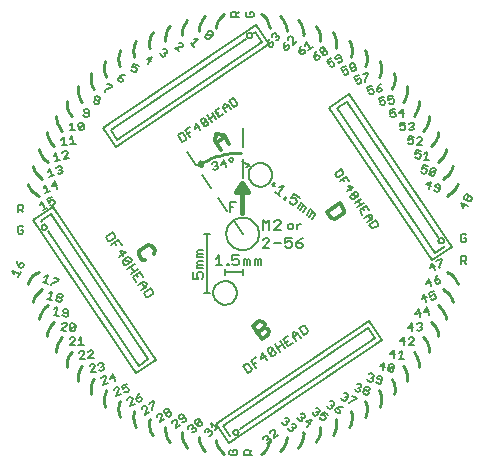
<source format=gto>
G75*
%MOIN*%
%OFA0B0*%
%FSLAX24Y24*%
%IPPOS*%
%LPD*%
%AMOC8*
5,1,8,0,0,1.08239X$1,22.5*
%
%ADD10C,0.0060*%
%ADD11C,0.0050*%
%ADD12C,0.0100*%
%ADD13C,0.0130*%
%ADD14C,0.0070*%
%ADD15C,0.0160*%
%ADD16C,0.0120*%
D10*
X006248Y005888D02*
X006374Y006099D01*
X006364Y006141D01*
X006311Y006172D01*
X006227Y006151D01*
X006195Y006099D01*
X006248Y005888D02*
X006416Y005930D01*
X006502Y006086D02*
X006671Y006128D01*
X006597Y006244D02*
X006502Y006086D01*
X006660Y005991D02*
X006597Y006244D01*
X006299Y006414D02*
X006263Y006364D01*
X006178Y006350D01*
X006128Y006386D01*
X006200Y006486D02*
X006242Y006493D01*
X006292Y006457D01*
X006299Y006414D01*
X006242Y006493D02*
X006278Y006542D01*
X006271Y006585D01*
X006222Y006621D01*
X006136Y006607D01*
X006100Y006557D01*
X005980Y006538D02*
X005931Y006574D01*
X005845Y006560D01*
X005809Y006510D01*
X005980Y006538D02*
X005987Y006495D01*
X005844Y006296D01*
X006015Y006324D01*
X005942Y006772D02*
X005769Y006759D01*
X005929Y006945D01*
X005926Y006989D01*
X005879Y007029D01*
X005792Y007022D01*
X005753Y006975D01*
X005632Y006966D02*
X005585Y007006D01*
X005499Y006999D01*
X005459Y006953D01*
X005632Y006966D02*
X005635Y006923D01*
X005475Y006737D01*
X005648Y006750D01*
X005613Y007203D02*
X005440Y007204D01*
X005526Y007203D02*
X005528Y007464D01*
X005441Y007378D01*
X005320Y007378D02*
X005320Y007422D01*
X005277Y007465D01*
X005190Y007466D01*
X005147Y007423D01*
X005320Y007378D02*
X005145Y007206D01*
X005319Y007205D01*
X005278Y007663D02*
X005192Y007671D01*
X005152Y007718D01*
X005341Y007875D01*
X005325Y007702D01*
X005278Y007663D01*
X005152Y007718D02*
X005168Y007891D01*
X005215Y007930D01*
X005302Y007922D01*
X005341Y007875D01*
X005048Y007902D02*
X005008Y007949D01*
X004922Y007957D01*
X004875Y007918D01*
X005048Y007902D02*
X005044Y007859D01*
X004855Y007702D01*
X005028Y007686D01*
X005026Y008146D02*
X004941Y008161D01*
X004905Y008211D01*
X004963Y008289D02*
X005091Y008267D01*
X005106Y008352D02*
X005076Y008181D01*
X005026Y008146D01*
X004963Y008289D02*
X004928Y008340D01*
X004936Y008382D01*
X004986Y008417D01*
X005071Y008402D01*
X005106Y008352D01*
X004868Y008679D02*
X004815Y008648D01*
X004731Y008671D01*
X004700Y008724D01*
X004712Y008765D01*
X004765Y008796D01*
X004848Y008774D01*
X004879Y008721D01*
X004868Y008679D01*
X004848Y008774D02*
X004901Y008805D01*
X004913Y008847D01*
X004882Y008900D01*
X004798Y008922D01*
X004745Y008891D01*
X004734Y008849D01*
X004765Y008796D01*
X004572Y008713D02*
X004405Y008757D01*
X004488Y008735D02*
X004555Y008986D01*
X004449Y008925D01*
X004525Y009210D02*
X004539Y009251D01*
X004761Y009356D01*
X004775Y009397D01*
X004612Y009455D01*
X004416Y009525D02*
X004329Y009280D01*
X004247Y009309D02*
X004410Y009251D01*
X004305Y009472D02*
X004416Y009525D01*
X003616Y009876D02*
X003580Y009797D01*
X003523Y009775D01*
X003444Y009811D01*
X003497Y009930D01*
X003555Y009951D01*
X003594Y009933D01*
X003616Y009876D01*
X003444Y009811D02*
X003401Y009926D01*
X003397Y010023D01*
X003239Y009676D02*
X003476Y009568D01*
X003440Y009489D02*
X003512Y009647D01*
X003282Y009561D02*
X003239Y009676D01*
X003466Y010923D02*
X003553Y010923D01*
X003596Y010966D01*
X003596Y011053D01*
X003509Y011053D01*
X003423Y011140D02*
X003423Y010966D01*
X003466Y010923D01*
X003423Y011140D02*
X003466Y011183D01*
X003553Y011183D01*
X003596Y011140D01*
X003596Y011627D02*
X003509Y011714D01*
X003553Y011714D02*
X003423Y011714D01*
X003423Y011627D02*
X003423Y011888D01*
X003553Y011888D01*
X003596Y011844D01*
X003596Y011758D01*
X003553Y011714D01*
X004172Y011874D02*
X004215Y011988D01*
X004323Y011751D01*
X004244Y011716D02*
X004402Y011787D01*
X004494Y011877D02*
X004551Y011855D01*
X004630Y011891D01*
X004652Y011949D01*
X004616Y012028D01*
X004559Y012049D01*
X004519Y012031D01*
X004458Y011956D01*
X004404Y012074D01*
X004562Y012146D01*
X004498Y012329D02*
X004334Y012271D01*
X004416Y012300D02*
X004329Y012545D01*
X004276Y012434D01*
X004568Y012492D02*
X004732Y012550D01*
X004734Y012413D02*
X004647Y012659D01*
X004568Y012492D01*
X004471Y012817D02*
X004639Y012861D01*
X004555Y012839D02*
X004488Y013090D01*
X004427Y012984D01*
X004700Y013101D02*
X004731Y013154D01*
X004815Y013177D01*
X004868Y013146D01*
X004879Y013104D01*
X004848Y013051D01*
X004901Y013020D01*
X004912Y012978D01*
X004882Y012925D01*
X004798Y012903D01*
X004745Y012934D01*
X004806Y013040D02*
X004848Y013051D01*
X004824Y013379D02*
X004653Y013349D01*
X004738Y013364D02*
X004693Y013620D01*
X004623Y013520D01*
X004905Y013614D02*
X004941Y013664D01*
X005026Y013679D01*
X005076Y013644D01*
X005084Y013601D01*
X004943Y013400D01*
X005114Y013430D01*
X005051Y013880D02*
X004879Y013864D01*
X004965Y013872D02*
X004941Y014131D01*
X004863Y014037D01*
X005156Y014064D02*
X005235Y014158D01*
X005259Y013899D01*
X005345Y013907D02*
X005172Y013891D01*
X005147Y014359D02*
X005320Y014360D01*
X005234Y014359D02*
X005232Y014619D01*
X005146Y014532D01*
X005440Y014578D02*
X005441Y014404D01*
X005613Y014579D01*
X005615Y014405D01*
X005572Y014362D01*
X005485Y014361D01*
X005441Y014404D01*
X005440Y014578D02*
X005483Y014621D01*
X005570Y014622D01*
X005613Y014579D01*
X005646Y014814D02*
X005732Y014808D01*
X005779Y014848D01*
X005792Y015021D01*
X005752Y015067D01*
X005666Y015074D01*
X005619Y015034D01*
X005616Y014991D01*
X005656Y014944D01*
X005785Y014934D01*
X005646Y014814D02*
X005606Y014861D01*
X005991Y015241D02*
X005955Y015291D01*
X005962Y015334D01*
X006011Y015370D01*
X006097Y015356D01*
X006133Y015306D01*
X006126Y015263D01*
X006076Y015228D01*
X005991Y015241D01*
X006011Y015370D02*
X005975Y015420D01*
X005982Y015462D01*
X006032Y015498D01*
X006118Y015484D01*
X006154Y015435D01*
X006147Y015392D01*
X006097Y015356D01*
X006328Y015649D02*
X006338Y015691D01*
X006549Y015817D01*
X006559Y015859D01*
X006391Y015901D01*
X006754Y016057D02*
X006781Y016002D01*
X006864Y015974D01*
X006919Y016001D01*
X006933Y016042D01*
X006905Y016097D01*
X006782Y016139D01*
X006754Y016057D01*
X006782Y016139D02*
X006892Y016193D01*
X006988Y016206D01*
X007222Y016329D02*
X007199Y016387D01*
X007222Y016329D02*
X007301Y016295D01*
X007358Y016317D01*
X007393Y016397D01*
X007371Y016454D01*
X007331Y016471D01*
X007234Y016466D01*
X007286Y016585D01*
X007445Y016516D01*
X007764Y016578D02*
X007888Y016807D01*
X007712Y016754D01*
X007864Y016672D01*
X008177Y016869D02*
X008164Y016929D01*
X008177Y016869D02*
X008249Y016822D01*
X008309Y016834D01*
X008333Y016870D01*
X008321Y016930D01*
X008284Y016954D01*
X008321Y016930D02*
X008381Y016943D01*
X008404Y016979D01*
X008392Y017039D01*
X008319Y017087D01*
X008259Y017074D01*
X008651Y017104D02*
X008894Y017134D01*
X008921Y017168D01*
X008913Y017229D01*
X008845Y017282D01*
X008784Y017275D01*
X008651Y017104D02*
X008787Y016997D01*
X009177Y017271D02*
X009304Y017153D01*
X009240Y017212D02*
X009417Y017403D01*
X009295Y017399D01*
X009674Y017482D02*
X009733Y017418D01*
X009794Y017415D01*
X009922Y017532D01*
X009677Y017543D01*
X009674Y017482D01*
X009677Y017543D02*
X009805Y017660D01*
X009866Y017658D01*
X009925Y017594D01*
X009922Y017532D01*
X010522Y018142D02*
X010522Y018273D01*
X010566Y018316D01*
X010652Y018316D01*
X010696Y018273D01*
X010696Y018142D01*
X010782Y018142D02*
X010522Y018142D01*
X010696Y018229D02*
X010782Y018316D01*
X011022Y018273D02*
X011022Y018186D01*
X011066Y018142D01*
X011239Y018142D01*
X011282Y018186D01*
X011282Y018273D01*
X011239Y018316D01*
X011152Y018316D01*
X011152Y018229D01*
X011066Y018316D02*
X011022Y018273D01*
X011888Y017537D02*
X011947Y017601D01*
X012008Y017604D01*
X012040Y017575D01*
X012043Y017514D01*
X012104Y017516D01*
X012136Y017487D01*
X012139Y017426D01*
X012080Y017362D01*
X012019Y017359D01*
X011937Y017270D02*
X011940Y017208D01*
X011882Y017144D01*
X011820Y017141D01*
X011756Y017200D01*
X011844Y017296D01*
X011905Y017299D01*
X011937Y017270D01*
X011751Y017322D02*
X011756Y017200D01*
X011751Y017322D02*
X011777Y017416D01*
X011891Y017476D02*
X011888Y017537D01*
X012013Y017482D02*
X012043Y017514D01*
X012318Y017321D02*
X012284Y017230D01*
X012279Y017107D01*
X012375Y017196D01*
X012436Y017193D01*
X012466Y017161D01*
X012463Y017100D01*
X012400Y017041D01*
X012338Y017044D01*
X012279Y017107D01*
X012437Y017371D02*
X012439Y017432D01*
X012503Y017491D01*
X012564Y017489D01*
X012593Y017457D01*
X012584Y017212D01*
X012711Y017330D01*
X012850Y017180D02*
X012808Y017093D01*
X012793Y016971D01*
X012896Y017051D01*
X012956Y017044D01*
X012983Y017010D01*
X012976Y016949D01*
X012907Y016895D01*
X012846Y016903D01*
X012793Y016971D01*
X012998Y017187D02*
X013013Y017308D01*
X013174Y017103D01*
X013242Y017157D02*
X013105Y017050D01*
X013318Y016913D02*
X013293Y016793D01*
X013402Y016864D01*
X013462Y016851D01*
X013486Y016815D01*
X013473Y016755D01*
X013401Y016707D01*
X013341Y016720D01*
X013293Y016793D01*
X013318Y016913D02*
X013367Y016996D01*
X013492Y017026D02*
X013505Y017086D01*
X013578Y017134D01*
X013638Y017121D01*
X013587Y016881D01*
X013647Y016869D01*
X013720Y016916D01*
X013733Y016976D01*
X013638Y017121D01*
X013492Y017026D02*
X013587Y016881D01*
X013715Y016687D02*
X013777Y016573D01*
X013833Y016652D01*
X013871Y016673D01*
X013930Y016655D01*
X013971Y016579D01*
X013953Y016520D01*
X013877Y016479D01*
X013818Y016496D01*
X013715Y016687D02*
X013868Y016770D01*
X013995Y016789D02*
X014013Y016848D01*
X014089Y016889D01*
X014148Y016872D01*
X014230Y016719D01*
X014213Y016660D01*
X014136Y016619D01*
X014077Y016637D01*
X014074Y016733D02*
X014189Y016795D01*
X014074Y016733D02*
X014016Y016751D01*
X013995Y016789D01*
X014189Y016432D02*
X014241Y016313D01*
X014303Y016388D01*
X014343Y016405D01*
X014400Y016383D01*
X014434Y016303D01*
X014412Y016246D01*
X014332Y016211D01*
X014275Y016234D01*
X014189Y016432D02*
X014348Y016502D01*
X014476Y016511D02*
X014493Y016471D01*
X014550Y016448D01*
X014630Y016483D01*
X014687Y016461D01*
X014704Y016421D01*
X014682Y016364D01*
X014602Y016329D01*
X014545Y016352D01*
X014528Y016391D01*
X014550Y016448D01*
X014630Y016483D02*
X014652Y016540D01*
X014635Y016580D01*
X014578Y016602D01*
X014498Y016568D01*
X014476Y016511D01*
X014639Y016139D02*
X014803Y016195D01*
X014790Y016099D02*
X014845Y016072D01*
X014873Y015989D01*
X014846Y015934D01*
X014764Y015906D01*
X014709Y015934D01*
X014681Y016016D02*
X014749Y016085D01*
X014790Y016099D01*
X014681Y016016D02*
X014639Y016139D01*
X014918Y016234D02*
X015082Y016290D01*
X015096Y016249D01*
X014988Y016029D01*
X015002Y015987D01*
X015063Y015809D02*
X015095Y015682D01*
X015168Y015745D01*
X015210Y015756D01*
X015263Y015724D01*
X015284Y015640D01*
X015252Y015588D01*
X015168Y015567D01*
X015116Y015598D01*
X015063Y015809D02*
X015232Y015851D01*
X015381Y015754D02*
X015402Y015670D01*
X015454Y015638D01*
X015538Y015659D01*
X015570Y015712D01*
X015559Y015754D01*
X015507Y015785D01*
X015381Y015754D01*
X015444Y015859D01*
X015517Y015922D01*
X015749Y015491D02*
X015920Y015519D01*
X015892Y015426D02*
X015941Y015391D01*
X015955Y015305D01*
X015919Y015255D01*
X015834Y015241D01*
X015784Y015277D01*
X015770Y015363D02*
X015849Y015420D01*
X015892Y015426D01*
X015770Y015363D02*
X015749Y015491D01*
X015630Y015472D02*
X015458Y015444D01*
X015479Y015316D01*
X015558Y015372D01*
X015601Y015379D01*
X015650Y015343D01*
X015664Y015258D01*
X015628Y015208D01*
X015543Y015194D01*
X015493Y015230D01*
X015822Y015048D02*
X015832Y014918D01*
X015915Y014968D01*
X015958Y014971D01*
X016005Y014931D01*
X016011Y014845D01*
X015971Y014798D01*
X015885Y014792D01*
X015838Y014832D01*
X015822Y015048D02*
X015995Y015061D01*
X016125Y014941D02*
X016298Y014954D01*
X016245Y015080D02*
X016265Y014821D01*
X016125Y014941D02*
X016245Y015080D01*
X016324Y014621D02*
X016150Y014623D01*
X016150Y014492D01*
X016237Y014535D01*
X016280Y014535D01*
X016323Y014491D01*
X016322Y014405D01*
X016279Y014361D01*
X016192Y014362D01*
X016149Y014406D01*
X016444Y014404D02*
X016487Y014360D01*
X016573Y014359D01*
X016617Y014402D01*
X016617Y014446D01*
X016574Y014490D01*
X016531Y014490D01*
X016574Y014490D02*
X016618Y014533D01*
X016618Y014576D01*
X016575Y014620D01*
X016488Y014620D01*
X016445Y014577D01*
X016443Y014171D02*
X016431Y014042D01*
X016521Y014077D01*
X016564Y014073D01*
X016604Y014026D01*
X016596Y013940D01*
X016549Y013900D01*
X016462Y013908D01*
X016423Y013955D01*
X016443Y014171D02*
X016615Y014156D01*
X016732Y014101D02*
X016779Y014141D01*
X016866Y014133D01*
X016905Y014086D01*
X016901Y014042D01*
X016712Y013885D01*
X016885Y013870D01*
X016867Y013667D02*
X016696Y013697D01*
X016673Y013569D01*
X016766Y013597D01*
X016809Y013589D01*
X016844Y013539D01*
X016829Y013453D01*
X016779Y013418D01*
X016693Y013433D01*
X016658Y013484D01*
X016941Y013390D02*
X017112Y013360D01*
X017026Y013375D02*
X017071Y013631D01*
X016971Y013560D01*
X016909Y013203D02*
X016875Y013078D01*
X016970Y013097D01*
X017012Y013086D01*
X017043Y013033D01*
X017021Y012949D01*
X016968Y012919D01*
X016884Y012941D01*
X016853Y012994D01*
X016909Y013203D02*
X017076Y013159D01*
X017182Y013086D02*
X017235Y013117D01*
X017319Y013095D01*
X017350Y013042D01*
X017138Y012918D01*
X017169Y012865D01*
X017253Y012843D01*
X017306Y012874D01*
X017350Y013042D01*
X017182Y013086D02*
X017138Y012918D01*
X017202Y012650D02*
X017036Y012571D01*
X017199Y012513D01*
X017328Y012513D02*
X017354Y012458D01*
X017477Y012414D01*
X017506Y012496D02*
X017479Y012551D01*
X017398Y012580D01*
X017342Y012554D01*
X017328Y012513D01*
X017284Y012390D02*
X017310Y012335D01*
X017392Y012306D01*
X017448Y012332D01*
X017506Y012496D01*
X017202Y012650D02*
X017115Y012405D01*
X018197Y011935D02*
X018262Y011763D01*
X018334Y011921D01*
X018423Y012013D02*
X018463Y011995D01*
X018520Y012017D01*
X018556Y012096D01*
X018534Y012153D01*
X018495Y012171D01*
X018437Y012150D01*
X018402Y012071D01*
X018344Y012049D01*
X018305Y012067D01*
X018283Y012125D01*
X018319Y012204D01*
X018376Y012225D01*
X018416Y012207D01*
X018437Y012150D01*
X018402Y012071D02*
X018423Y012013D01*
X018434Y011828D02*
X018197Y011935D01*
X018232Y010904D02*
X018189Y010861D01*
X018189Y010687D01*
X018232Y010644D01*
X018319Y010644D01*
X018362Y010687D01*
X018362Y010774D01*
X018275Y010774D01*
X018362Y010861D02*
X018319Y010904D01*
X018232Y010904D01*
X018188Y010181D02*
X018318Y010181D01*
X018361Y010138D01*
X018361Y010051D01*
X018318Y010008D01*
X018188Y010008D01*
X018275Y010008D02*
X018361Y009921D01*
X018188Y009921D02*
X018188Y010181D01*
X017543Y010045D02*
X017457Y009815D01*
X017475Y009775D01*
X017325Y009707D02*
X017218Y009944D01*
X017153Y009772D01*
X017311Y009844D01*
X017367Y010012D02*
X017525Y010084D01*
X017543Y010045D01*
X017433Y009534D02*
X017366Y009464D01*
X017313Y009353D01*
X017436Y009396D01*
X017491Y009370D01*
X017506Y009329D01*
X017479Y009274D01*
X017398Y009245D01*
X017342Y009271D01*
X017313Y009353D01*
X017199Y009312D02*
X017036Y009254D01*
X017114Y009420D01*
X017202Y009175D01*
X017295Y008993D02*
X017127Y008948D01*
X017160Y008823D01*
X017233Y008887D01*
X017275Y008898D01*
X017328Y008867D01*
X017350Y008783D01*
X017319Y008730D01*
X017235Y008708D01*
X017182Y008739D01*
X017043Y008792D02*
X016875Y008747D01*
X016968Y008906D01*
X017034Y008655D01*
X017069Y008458D02*
X016963Y008307D01*
X017134Y008337D01*
X017114Y008202D02*
X017069Y008458D01*
X016844Y008286D02*
X016673Y008256D01*
X016779Y008407D01*
X016824Y008151D01*
X016842Y007951D02*
X016756Y007944D01*
X016716Y007896D01*
X016811Y007818D02*
X016854Y007822D01*
X016901Y007783D01*
X016905Y007739D01*
X016866Y007692D01*
X016779Y007684D01*
X016732Y007724D01*
X016604Y007799D02*
X016431Y007783D01*
X016549Y007925D01*
X016572Y007666D01*
X016573Y007466D02*
X016487Y007465D01*
X016444Y007421D01*
X016573Y007466D02*
X016617Y007423D01*
X016617Y007379D01*
X016445Y007204D01*
X016619Y007206D01*
X016323Y007334D02*
X016150Y007333D01*
X016279Y007464D01*
X016281Y007203D01*
X016222Y007007D02*
X016202Y006748D01*
X016288Y006741D02*
X016115Y006755D01*
X015951Y006767D02*
X015971Y007027D01*
X015832Y006907D01*
X016005Y006894D01*
X016129Y006927D02*
X016222Y007007D01*
X015919Y006570D02*
X015955Y006520D01*
X015756Y006377D01*
X015792Y006327D01*
X015878Y006313D01*
X015927Y006349D01*
X015955Y006520D01*
X015919Y006570D02*
X015834Y006584D01*
X015784Y006548D01*
X015756Y006377D01*
X015650Y006482D02*
X015479Y006509D01*
X015628Y006617D01*
X015587Y006360D01*
X015538Y006166D02*
X015454Y006187D01*
X015402Y006155D01*
X015391Y006113D01*
X015423Y006061D01*
X015549Y006029D01*
X015528Y005945D02*
X015570Y006113D01*
X015538Y006166D01*
X015528Y005945D02*
X015475Y005914D01*
X015391Y005935D01*
X015360Y005987D01*
X015242Y006016D02*
X015190Y005985D01*
X015105Y006006D01*
X015074Y006058D01*
X015179Y006122D02*
X015221Y006111D01*
X015253Y006059D01*
X015242Y006016D01*
X015221Y006111D02*
X015274Y006143D01*
X015284Y006185D01*
X015252Y006237D01*
X015168Y006258D01*
X015116Y006227D01*
X015043Y005824D02*
X015125Y005796D01*
X015152Y005741D01*
X015138Y005700D01*
X015083Y005672D01*
X015001Y005700D01*
X014974Y005755D01*
X014988Y005796D01*
X015043Y005824D01*
X015001Y005700D02*
X014946Y005673D01*
X014932Y005632D01*
X014959Y005577D01*
X015041Y005549D01*
X015096Y005576D01*
X015110Y005617D01*
X015083Y005672D01*
X014859Y005794D02*
X014804Y005767D01*
X014831Y005712D01*
X014817Y005671D01*
X014762Y005644D01*
X014680Y005672D01*
X014653Y005727D01*
X014763Y005781D02*
X014804Y005767D01*
X014859Y005794D02*
X014873Y005836D01*
X014846Y005891D01*
X014764Y005919D01*
X014709Y005891D01*
X014563Y005513D02*
X014722Y005444D01*
X014704Y005404D01*
X014476Y005314D01*
X014459Y005275D01*
X014365Y005363D02*
X014308Y005341D01*
X014228Y005375D01*
X014206Y005432D01*
X014320Y005477D02*
X014360Y005460D01*
X014382Y005403D01*
X014365Y005363D01*
X014360Y005460D02*
X014417Y005482D01*
X014434Y005522D01*
X014412Y005579D01*
X014333Y005614D01*
X014275Y005591D01*
X013953Y005305D02*
X013971Y005246D01*
X013950Y005208D01*
X013892Y005190D01*
X013909Y005132D01*
X013888Y005094D01*
X013830Y005076D01*
X013753Y005117D01*
X013736Y005176D01*
X013853Y005211D02*
X013892Y005190D01*
X013953Y005305D02*
X013877Y005346D01*
X013818Y005329D01*
X014036Y005112D02*
X014151Y005050D01*
X014168Y004992D01*
X014148Y004953D01*
X014089Y004936D01*
X014013Y004977D01*
X013995Y005036D01*
X014036Y005112D01*
X014154Y005147D01*
X014251Y005144D01*
X013756Y004885D02*
X013611Y004980D01*
X013540Y004871D01*
X013636Y004860D01*
X013673Y004836D01*
X013685Y004776D01*
X013638Y004704D01*
X013578Y004691D01*
X013505Y004738D01*
X013493Y004799D01*
X013391Y004865D02*
X013331Y004852D01*
X013259Y004900D01*
X013246Y004960D01*
X013366Y004985D02*
X013402Y004961D01*
X013415Y004901D01*
X013391Y004865D01*
X013402Y004961D02*
X013462Y004974D01*
X013486Y005010D01*
X013474Y005070D01*
X013401Y005118D01*
X013341Y005105D01*
X012976Y004876D02*
X012983Y004815D01*
X012957Y004781D01*
X012896Y004774D01*
X012903Y004713D01*
X012876Y004679D01*
X012816Y004671D01*
X012747Y004725D01*
X012740Y004785D01*
X012861Y004800D02*
X012896Y004774D01*
X012976Y004876D02*
X012907Y004930D01*
X012847Y004922D01*
X013025Y004672D02*
X013162Y004566D01*
X013208Y004695D02*
X013025Y004672D01*
X013048Y004490D02*
X013208Y004695D01*
X012680Y004525D02*
X012682Y004463D01*
X012652Y004431D01*
X012591Y004429D01*
X012594Y004368D01*
X012564Y004336D01*
X012503Y004334D01*
X012439Y004393D01*
X012437Y004454D01*
X012348Y004536D02*
X012287Y004534D01*
X012223Y004593D01*
X012221Y004654D01*
X012343Y004659D02*
X012375Y004629D01*
X012377Y004568D01*
X012348Y004536D01*
X012375Y004629D02*
X012436Y004632D01*
X012466Y004663D01*
X012463Y004725D01*
X012400Y004784D01*
X012338Y004781D01*
X012555Y004581D02*
X012616Y004584D01*
X012680Y004525D01*
X012591Y004429D02*
X012559Y004459D01*
X012093Y004216D02*
X011965Y004099D01*
X011976Y004344D01*
X011947Y004376D01*
X011886Y004379D01*
X011822Y004320D01*
X011819Y004259D01*
X011729Y004177D02*
X011759Y004145D01*
X011756Y004084D01*
X011817Y004081D01*
X011846Y004049D01*
X011844Y003988D01*
X011780Y003930D01*
X011718Y003932D01*
X011724Y004055D02*
X011756Y004084D01*
X011729Y004177D02*
X011668Y004180D01*
X011604Y004122D01*
X011601Y004060D01*
X011232Y003716D02*
X011146Y003629D01*
X011146Y003673D02*
X011146Y003542D01*
X011232Y003542D02*
X010972Y003542D01*
X010972Y003673D01*
X011016Y003716D01*
X011102Y003716D01*
X011146Y003673D01*
X010732Y003673D02*
X010689Y003716D01*
X010602Y003716D01*
X010602Y003629D01*
X010516Y003542D02*
X010689Y003542D01*
X010732Y003586D01*
X010732Y003673D01*
X010516Y003716D02*
X010472Y003673D01*
X010472Y003586D01*
X010516Y003542D01*
X009837Y004178D02*
X009776Y004176D01*
X009837Y004178D02*
X009895Y004243D01*
X009893Y004304D01*
X009860Y004333D01*
X009799Y004330D01*
X009770Y004298D01*
X009799Y004330D02*
X009796Y004392D01*
X009764Y004421D01*
X009703Y004418D01*
X009645Y004354D01*
X009647Y004293D01*
X009493Y004492D02*
X009432Y004495D01*
X009441Y004740D01*
X009559Y004612D01*
X009557Y004551D01*
X009493Y004492D01*
X009432Y004495D02*
X009314Y004622D01*
X009316Y004683D01*
X009380Y004742D01*
X009441Y004740D01*
X009225Y004540D02*
X009255Y004508D01*
X009252Y004446D01*
X009314Y004444D01*
X009343Y004412D01*
X009341Y004351D01*
X009277Y004292D01*
X009216Y004294D01*
X009221Y004417D02*
X009252Y004446D01*
X009225Y004540D02*
X009164Y004542D01*
X009100Y004483D01*
X009098Y004422D01*
X008961Y004634D02*
X008900Y004641D01*
X008961Y004634D02*
X009029Y004687D01*
X009037Y004748D01*
X008930Y004885D01*
X008869Y004892D01*
X008801Y004839D01*
X008793Y004778D01*
X008820Y004744D01*
X008881Y004736D01*
X008983Y004816D01*
X008725Y004669D02*
X008695Y004425D01*
X008831Y004532D01*
X008725Y004669D02*
X008698Y004703D01*
X008637Y004711D01*
X008569Y004657D01*
X008561Y004596D01*
X008442Y004819D02*
X008382Y004831D01*
X008359Y004868D01*
X008371Y004928D01*
X008444Y004975D01*
X008504Y004963D01*
X008528Y004926D01*
X008515Y004866D01*
X008442Y004819D01*
X008371Y004928D02*
X008311Y004940D01*
X008287Y004977D01*
X008300Y005037D01*
X008373Y005084D01*
X008433Y005072D01*
X008456Y005035D01*
X008444Y004975D01*
X008210Y004874D02*
X008160Y004634D01*
X008305Y004729D01*
X008210Y004874D02*
X008186Y004910D01*
X008126Y004923D01*
X008053Y004875D01*
X008041Y004815D01*
X007903Y005026D02*
X007882Y005064D01*
X007953Y005300D01*
X007932Y005338D01*
X007779Y005255D01*
X007693Y005159D02*
X007635Y005177D01*
X007558Y005136D01*
X007541Y005077D01*
X007693Y005159D02*
X007714Y005121D01*
X007644Y004886D01*
X007797Y004969D01*
X007540Y005351D02*
X007563Y005408D01*
X007545Y005448D01*
X007488Y005470D01*
X007369Y005418D01*
X007404Y005338D01*
X007461Y005316D01*
X007540Y005351D01*
X007369Y005418D02*
X007414Y005532D01*
X007476Y005607D01*
X007223Y005449D02*
X007166Y005471D01*
X007087Y005437D01*
X007064Y005379D01*
X007223Y005449D02*
X007241Y005409D01*
X007151Y005181D01*
X007310Y005250D01*
X007087Y005652D02*
X007005Y005625D01*
X006950Y005652D01*
X006922Y005734D02*
X006990Y005803D01*
X007031Y005817D01*
X007086Y005790D01*
X007114Y005708D01*
X007087Y005652D01*
X006922Y005734D02*
X006880Y005857D01*
X007044Y005913D01*
X006779Y005777D02*
X006724Y005804D01*
X006642Y005776D01*
X006615Y005721D01*
X006779Y005777D02*
X006793Y005736D01*
X006685Y005516D01*
X006849Y005571D01*
X004779Y008190D02*
X004608Y008220D01*
X004693Y008205D02*
X004738Y008461D01*
X004638Y008391D01*
X006917Y009959D02*
X006930Y010027D01*
X007199Y009974D01*
X007039Y009866D01*
X006971Y009879D01*
X006917Y009959D01*
X006930Y010027D02*
X007091Y010135D01*
X007158Y010122D01*
X007212Y010041D01*
X007199Y009974D01*
X007311Y009895D02*
X007070Y009732D01*
X007191Y009813D02*
X007299Y009653D01*
X007371Y009546D02*
X007425Y009466D01*
X007251Y009465D02*
X007359Y009305D01*
X007431Y009198D02*
X007591Y009306D01*
X007726Y009280D01*
X007700Y009146D01*
X007539Y009038D01*
X007611Y008931D02*
X007692Y008810D01*
X007759Y008797D01*
X007920Y008906D01*
X007933Y008973D01*
X007852Y009093D01*
X007611Y008931D01*
X007659Y009119D02*
X007551Y009279D01*
X007600Y009467D02*
X007491Y009627D01*
X007251Y009465D01*
X007179Y009572D02*
X007419Y009734D01*
X006939Y010187D02*
X006830Y010348D01*
X007032Y010309D01*
X006791Y010146D01*
X006704Y010535D02*
X006650Y010615D01*
X006530Y010534D02*
X006770Y010696D01*
X006879Y010536D01*
X006658Y010776D02*
X006671Y010843D01*
X006590Y010963D01*
X006350Y010801D01*
X006431Y010681D01*
X006498Y010668D01*
X006658Y010776D01*
X008903Y013984D02*
X009011Y014056D01*
X009022Y014117D01*
X008925Y014260D01*
X008865Y014272D01*
X008757Y014199D01*
X008903Y013984D01*
X009147Y014148D02*
X009002Y014364D01*
X009145Y014461D01*
X009146Y014305D02*
X009074Y014256D01*
X009319Y014421D02*
X009462Y014518D01*
X009354Y014602D02*
X009499Y014386D01*
X009611Y014514D02*
X009658Y014755D01*
X009755Y014611D01*
X009743Y014551D01*
X009672Y014502D01*
X009611Y014514D01*
X009514Y014658D01*
X009526Y014718D01*
X009598Y014766D01*
X009658Y014755D01*
X009734Y014858D02*
X009880Y014643D01*
X009807Y014751D02*
X009951Y014848D01*
X010051Y014915D02*
X010123Y014964D01*
X009979Y015023D02*
X010124Y014808D01*
X010268Y014905D01*
X010368Y014972D02*
X010271Y015116D01*
X010295Y015237D01*
X010415Y015213D01*
X010512Y015069D01*
X010613Y015137D02*
X010721Y015210D01*
X010732Y015270D01*
X010635Y015414D01*
X010575Y015426D01*
X010467Y015353D01*
X010613Y015137D01*
X010439Y015177D02*
X010296Y015080D01*
X010122Y015120D02*
X009979Y015023D01*
X009878Y014956D02*
X010024Y014740D01*
X009354Y014602D02*
X009319Y014421D01*
X010297Y013381D02*
X010201Y013224D01*
X010369Y013264D01*
X010477Y013335D02*
X010467Y013377D01*
X010499Y013429D01*
X010541Y013439D01*
X010593Y013407D01*
X010604Y013365D01*
X010572Y013313D01*
X010529Y013303D01*
X010477Y013335D01*
X010297Y013381D02*
X010358Y013128D01*
X010103Y013111D02*
X010071Y013059D01*
X009987Y013039D01*
X009934Y013071D01*
X009999Y013175D02*
X010041Y013185D01*
X010093Y013153D01*
X010103Y013111D01*
X010041Y013185D02*
X010073Y013238D01*
X010063Y013280D01*
X010010Y013312D01*
X009926Y013292D01*
X009894Y013239D01*
X012419Y011208D02*
X012419Y011121D01*
X012462Y011078D01*
X012549Y011078D01*
X012592Y011121D01*
X012592Y011208D01*
X012549Y011251D01*
X012462Y011251D01*
X012419Y011208D01*
X012713Y011251D02*
X012713Y011078D01*
X012713Y011164D02*
X012800Y011251D01*
X012844Y011251D01*
X014386Y012326D02*
X014602Y012471D01*
X014421Y012506D01*
X014518Y012362D01*
X014514Y012213D02*
X014755Y012167D01*
X014611Y012070D01*
X014551Y012081D01*
X014502Y012153D01*
X014514Y012213D01*
X014658Y012310D01*
X014718Y012299D01*
X014766Y012227D01*
X014755Y012167D01*
X014858Y012090D02*
X014643Y011945D01*
X014751Y012018D02*
X014848Y011874D01*
X014915Y011773D02*
X014964Y011701D01*
X014905Y011557D02*
X014808Y011701D01*
X015023Y011846D01*
X015120Y011702D01*
X015116Y011553D02*
X014972Y011456D01*
X015080Y011529D02*
X015177Y011385D01*
X015213Y011410D02*
X015069Y011313D01*
X015137Y011212D02*
X015210Y011104D01*
X015270Y011093D01*
X015414Y011190D01*
X015426Y011250D01*
X015353Y011358D01*
X015137Y011212D01*
X015213Y011410D02*
X015237Y011530D01*
X015116Y011553D01*
X014956Y011947D02*
X014740Y011801D01*
X014461Y012679D02*
X014364Y012823D01*
X014148Y012678D01*
X014117Y012802D02*
X014260Y012899D01*
X014272Y012960D01*
X014199Y013068D01*
X013984Y012922D01*
X014056Y012814D01*
X014117Y012802D01*
X014256Y012751D02*
X014305Y012679D01*
X016842Y007951D02*
X016889Y007912D01*
X016893Y007869D01*
X016854Y007822D01*
X013083Y007677D02*
X013070Y007609D01*
X012950Y007528D01*
X012788Y007769D01*
X012908Y007850D01*
X012975Y007837D01*
X013083Y007677D01*
X012843Y007456D02*
X012735Y007617D01*
X012601Y007643D01*
X012575Y007508D01*
X012683Y007348D01*
X012576Y007276D02*
X012416Y007168D01*
X012253Y007408D01*
X012414Y007517D01*
X012415Y007342D02*
X012334Y007288D01*
X012228Y007216D02*
X012067Y007108D01*
X012148Y006988D02*
X011986Y007228D01*
X011906Y007116D02*
X011854Y006847D01*
X011921Y006834D01*
X012002Y006889D01*
X012015Y006956D01*
X011906Y007116D01*
X011839Y007129D01*
X011759Y007075D01*
X011746Y007008D01*
X011854Y006847D01*
X011693Y006856D02*
X011533Y006747D01*
X011572Y006949D01*
X011734Y006708D01*
X011346Y006621D02*
X011266Y006567D01*
X011347Y006447D02*
X011185Y006688D01*
X011345Y006796D01*
X011105Y006575D02*
X011038Y006589D01*
X010917Y006507D01*
X011080Y006267D01*
X011200Y006348D01*
X011213Y006415D01*
X011105Y006575D01*
X012147Y007336D02*
X012309Y007096D01*
X012602Y007468D02*
X012762Y007577D01*
X009873Y004604D02*
X010065Y004428D01*
X010123Y004492D02*
X010006Y004364D01*
X009878Y004481D02*
X009873Y004604D01*
D11*
X010026Y004589D02*
X015118Y008024D01*
X015558Y007371D01*
X010466Y003937D01*
X010026Y004589D01*
X010266Y004514D02*
X015097Y007772D01*
X015317Y007446D01*
X010813Y004408D01*
X010598Y004297D02*
X010600Y004316D01*
X010606Y004333D01*
X010615Y004349D01*
X010627Y004363D01*
X010642Y004374D01*
X010659Y004382D01*
X010678Y004386D01*
X010696Y004386D01*
X010715Y004382D01*
X010731Y004374D01*
X010747Y004363D01*
X010759Y004349D01*
X010768Y004333D01*
X010774Y004316D01*
X010776Y004297D01*
X010774Y004278D01*
X010768Y004261D01*
X010759Y004245D01*
X010747Y004231D01*
X010732Y004220D01*
X010715Y004212D01*
X010696Y004208D01*
X010678Y004208D01*
X010659Y004212D01*
X010643Y004220D01*
X010627Y004231D01*
X010615Y004245D01*
X010606Y004261D01*
X010600Y004278D01*
X010598Y004297D01*
X010519Y004210D02*
X010487Y004188D01*
X010266Y004514D01*
X008024Y006707D02*
X007371Y006267D01*
X003937Y011359D01*
X004589Y011799D01*
X008024Y006707D01*
X007772Y006728D02*
X007446Y006508D01*
X004408Y011012D01*
X004208Y011138D02*
X004210Y011157D01*
X004216Y011174D01*
X004225Y011190D01*
X004237Y011204D01*
X004252Y011215D01*
X004269Y011223D01*
X004288Y011227D01*
X004306Y011227D01*
X004325Y011223D01*
X004341Y011215D01*
X004357Y011204D01*
X004369Y011190D01*
X004378Y011174D01*
X004384Y011157D01*
X004386Y011138D01*
X004384Y011119D01*
X004378Y011102D01*
X004369Y011086D01*
X004357Y011072D01*
X004342Y011061D01*
X004325Y011053D01*
X004306Y011049D01*
X004288Y011049D01*
X004269Y011053D01*
X004253Y011061D01*
X004237Y011072D01*
X004225Y011086D01*
X004216Y011102D01*
X004210Y011119D01*
X004208Y011138D01*
X004210Y011306D02*
X004188Y011338D01*
X004514Y011558D01*
X007772Y006728D01*
X009633Y008944D02*
X009731Y008944D01*
X009731Y010912D01*
X009633Y010912D01*
X009731Y010912D02*
X009830Y010912D01*
X010614Y011351D02*
X010912Y010912D01*
X010368Y010912D02*
X010370Y010958D01*
X010376Y011004D01*
X010386Y011049D01*
X010399Y011093D01*
X010416Y011136D01*
X010437Y011177D01*
X010461Y011217D01*
X010489Y011254D01*
X010519Y011288D01*
X010553Y011320D01*
X010589Y011349D01*
X010627Y011375D01*
X010667Y011398D01*
X010709Y011417D01*
X010753Y011432D01*
X010797Y011444D01*
X010843Y011452D01*
X010889Y011456D01*
X010935Y011456D01*
X010981Y011452D01*
X011027Y011444D01*
X011071Y011432D01*
X011115Y011417D01*
X011157Y011398D01*
X011197Y011375D01*
X011235Y011349D01*
X011271Y011320D01*
X011305Y011288D01*
X011335Y011254D01*
X011363Y011217D01*
X011387Y011177D01*
X011408Y011136D01*
X011425Y011093D01*
X011438Y011049D01*
X011448Y011004D01*
X011454Y010958D01*
X011456Y010912D01*
X011454Y010866D01*
X011448Y010820D01*
X011438Y010775D01*
X011425Y010731D01*
X011408Y010688D01*
X011387Y010647D01*
X011363Y010607D01*
X011335Y010570D01*
X011305Y010536D01*
X011271Y010504D01*
X011235Y010475D01*
X011197Y010449D01*
X011157Y010426D01*
X011115Y010407D01*
X011071Y010392D01*
X011027Y010380D01*
X010981Y010372D01*
X010935Y010368D01*
X010889Y010368D01*
X010843Y010372D01*
X010797Y010380D01*
X010753Y010392D01*
X010709Y010407D01*
X010667Y010426D01*
X010627Y010449D01*
X010589Y010475D01*
X010553Y010504D01*
X010519Y010536D01*
X010489Y010570D01*
X010461Y010607D01*
X010437Y010647D01*
X010416Y010688D01*
X010399Y010731D01*
X010386Y010775D01*
X010376Y010820D01*
X010370Y010866D01*
X010368Y010912D01*
X010392Y011676D02*
X010093Y012115D01*
X009872Y012440D02*
X009573Y012879D01*
X009351Y013204D02*
X009052Y013642D01*
X010887Y013334D02*
X011114Y013173D01*
X011017Y013156D01*
X011114Y013173D02*
X011098Y013270D01*
X010912Y013416D02*
X010912Y012782D01*
X011109Y012881D02*
X011111Y012920D01*
X011117Y012959D01*
X011127Y012997D01*
X011140Y013034D01*
X011157Y013069D01*
X011177Y013103D01*
X011201Y013134D01*
X011228Y013163D01*
X011257Y013189D01*
X011289Y013212D01*
X011323Y013232D01*
X011359Y013248D01*
X011396Y013260D01*
X011435Y013269D01*
X011474Y013274D01*
X011513Y013275D01*
X011552Y013272D01*
X011591Y013265D01*
X011628Y013254D01*
X011665Y013240D01*
X011700Y013222D01*
X011733Y013201D01*
X011764Y013176D01*
X011792Y013149D01*
X011817Y013119D01*
X011839Y013086D01*
X011858Y013052D01*
X011873Y013016D01*
X011885Y012978D01*
X011893Y012940D01*
X011897Y012901D01*
X011897Y012861D01*
X011893Y012822D01*
X011885Y012784D01*
X011873Y012746D01*
X011858Y012710D01*
X011839Y012676D01*
X011817Y012643D01*
X011792Y012613D01*
X011764Y012586D01*
X011733Y012561D01*
X011700Y012540D01*
X011665Y012522D01*
X011628Y012508D01*
X011591Y012497D01*
X011552Y012490D01*
X011513Y012487D01*
X011474Y012488D01*
X011435Y012493D01*
X011396Y012502D01*
X011359Y012514D01*
X011323Y012530D01*
X011289Y012550D01*
X011257Y012573D01*
X011228Y012599D01*
X011201Y012628D01*
X011177Y012659D01*
X011157Y012693D01*
X011140Y012728D01*
X011127Y012765D01*
X011117Y012803D01*
X011111Y012842D01*
X011109Y012881D01*
X011892Y012589D02*
X011908Y012492D01*
X011892Y012589D02*
X011989Y012605D01*
X011892Y012589D02*
X012005Y012508D01*
X010912Y013809D02*
X010912Y014442D01*
X011799Y017235D02*
X006707Y013801D01*
X006267Y014454D01*
X011359Y017888D01*
X011799Y017235D01*
X011558Y017311D02*
X006728Y014052D01*
X006508Y014379D01*
X011012Y017417D01*
X011049Y017528D02*
X011051Y017547D01*
X011057Y017564D01*
X011066Y017580D01*
X011078Y017594D01*
X011093Y017605D01*
X011110Y017613D01*
X011129Y017617D01*
X011147Y017617D01*
X011166Y017613D01*
X011182Y017605D01*
X011198Y017594D01*
X011210Y017580D01*
X011219Y017564D01*
X011225Y017547D01*
X011227Y017528D01*
X011225Y017509D01*
X011219Y017492D01*
X011210Y017476D01*
X011198Y017462D01*
X011183Y017451D01*
X011166Y017443D01*
X011147Y017439D01*
X011129Y017439D01*
X011110Y017443D01*
X011094Y017451D01*
X011078Y017462D01*
X011066Y017476D01*
X011057Y017492D01*
X011051Y017509D01*
X011049Y017528D01*
X011306Y017615D02*
X011338Y017637D01*
X011558Y017311D01*
X013801Y015118D02*
X014454Y015558D01*
X017888Y010466D01*
X017235Y010026D01*
X013801Y015118D01*
X014052Y015097D02*
X014379Y015317D01*
X017417Y010813D01*
X017439Y010687D02*
X017441Y010706D01*
X017447Y010723D01*
X017456Y010739D01*
X017468Y010753D01*
X017483Y010764D01*
X017500Y010772D01*
X017519Y010776D01*
X017537Y010776D01*
X017556Y010772D01*
X017572Y010764D01*
X017588Y010753D01*
X017600Y010739D01*
X017609Y010723D01*
X017615Y010706D01*
X017617Y010687D01*
X017615Y010668D01*
X017609Y010651D01*
X017600Y010635D01*
X017588Y010621D01*
X017573Y010610D01*
X017556Y010602D01*
X017537Y010598D01*
X017519Y010598D01*
X017500Y010602D01*
X017484Y010610D01*
X017468Y010621D01*
X017456Y010635D01*
X017447Y010651D01*
X017441Y010668D01*
X017439Y010687D01*
X017615Y010519D02*
X017637Y010487D01*
X017311Y010266D01*
X014052Y015097D01*
X010912Y009731D02*
X010912Y009633D01*
X010912Y009534D01*
X010912Y009633D02*
X010322Y009633D01*
X010322Y009534D01*
X010322Y009633D02*
X010322Y009731D01*
X009928Y008944D02*
X009930Y008983D01*
X009936Y009022D01*
X009946Y009060D01*
X009959Y009097D01*
X009976Y009132D01*
X009996Y009166D01*
X010020Y009197D01*
X010047Y009226D01*
X010076Y009252D01*
X010108Y009275D01*
X010142Y009295D01*
X010178Y009311D01*
X010215Y009323D01*
X010254Y009332D01*
X010293Y009337D01*
X010332Y009338D01*
X010371Y009335D01*
X010410Y009328D01*
X010447Y009317D01*
X010484Y009303D01*
X010519Y009285D01*
X010552Y009264D01*
X010583Y009239D01*
X010611Y009212D01*
X010636Y009182D01*
X010658Y009149D01*
X010677Y009115D01*
X010692Y009079D01*
X010704Y009041D01*
X010712Y009003D01*
X010716Y008964D01*
X010716Y008924D01*
X010712Y008885D01*
X010704Y008847D01*
X010692Y008809D01*
X010677Y008773D01*
X010658Y008739D01*
X010636Y008706D01*
X010611Y008676D01*
X010583Y008649D01*
X010552Y008624D01*
X010519Y008603D01*
X010484Y008585D01*
X010447Y008571D01*
X010410Y008560D01*
X010371Y008553D01*
X010332Y008550D01*
X010293Y008551D01*
X010254Y008556D01*
X010215Y008565D01*
X010178Y008577D01*
X010142Y008593D01*
X010108Y008613D01*
X010076Y008636D01*
X010047Y008662D01*
X010020Y008691D01*
X009996Y008722D01*
X009976Y008756D01*
X009959Y008791D01*
X009946Y008828D01*
X009936Y008866D01*
X009930Y008905D01*
X009928Y008944D01*
X009830Y008944D02*
X009731Y008944D01*
D12*
X009442Y013202D02*
X009521Y013254D01*
X009602Y013302D01*
X009685Y013347D01*
X009770Y013389D01*
X009856Y013427D01*
X009943Y013462D01*
X010033Y013493D01*
X010123Y013521D01*
X010214Y013545D01*
X010306Y013565D01*
X010399Y013581D01*
X010493Y013594D01*
X010586Y013603D01*
X010681Y013608D01*
X010775Y013609D01*
X010869Y013606D01*
X009572Y013172D02*
X009422Y013192D01*
X009482Y013342D01*
X009572Y013172D01*
X005947Y015736D02*
X005922Y015779D01*
X005901Y015825D01*
X005882Y015871D01*
X005868Y015919D01*
X005857Y015968D01*
X005849Y016018D01*
X005845Y016068D01*
X005845Y016118D01*
X005849Y016169D01*
X005857Y016218D01*
X005868Y016267D01*
X005438Y015826D02*
X005431Y015776D01*
X005427Y015726D01*
X005428Y015676D01*
X005432Y015626D01*
X005440Y015576D01*
X005451Y015527D01*
X005466Y015479D01*
X005485Y015433D01*
X005507Y015388D01*
X005533Y015344D01*
X005561Y015303D01*
X005046Y015351D02*
X005043Y015301D01*
X005044Y015250D01*
X005049Y015200D01*
X005057Y015151D01*
X005069Y015102D01*
X005085Y015054D01*
X005104Y015008D01*
X005126Y014963D01*
X005152Y014920D01*
X005181Y014879D01*
X005213Y014840D01*
X004695Y014844D02*
X004696Y014794D01*
X004702Y014744D01*
X004710Y014695D01*
X004723Y014646D01*
X004739Y014598D01*
X004758Y014552D01*
X004781Y014507D01*
X004808Y014465D01*
X004837Y014424D01*
X004869Y014385D01*
X004904Y014349D01*
X004388Y014311D02*
X004393Y014261D01*
X004403Y014211D01*
X004416Y014163D01*
X004432Y014115D01*
X004452Y014069D01*
X004476Y014025D01*
X004502Y013982D01*
X004532Y013942D01*
X004564Y013903D01*
X004600Y013868D01*
X004638Y013835D01*
X004126Y013752D02*
X004136Y013703D01*
X004150Y013655D01*
X004167Y013607D01*
X004187Y013562D01*
X004211Y013517D01*
X004238Y013475D01*
X004268Y013435D01*
X004301Y013397D01*
X004336Y013361D01*
X004375Y013329D01*
X004415Y013299D01*
X003913Y013175D02*
X003927Y013127D01*
X003944Y013080D01*
X003965Y013034D01*
X003989Y012990D01*
X004016Y012948D01*
X004047Y012908D01*
X004080Y012870D01*
X004116Y012835D01*
X004155Y012803D01*
X004195Y012774D01*
X004238Y012747D01*
X003748Y012581D02*
X003765Y012534D01*
X003787Y012488D01*
X003811Y012444D01*
X003839Y012402D01*
X003870Y012363D01*
X003904Y012326D01*
X003940Y012291D01*
X003979Y012259D01*
X004020Y012230D01*
X004063Y012204D01*
X004108Y012182D01*
X004108Y009643D02*
X004063Y009621D01*
X004020Y009595D01*
X003979Y009566D01*
X003940Y009534D01*
X003904Y009499D01*
X003870Y009462D01*
X003839Y009423D01*
X003811Y009381D01*
X003787Y009337D01*
X003765Y009291D01*
X003748Y009244D01*
X004238Y009078D02*
X004195Y009051D01*
X004155Y009022D01*
X004116Y008990D01*
X004080Y008955D01*
X004047Y008917D01*
X004016Y008877D01*
X003989Y008835D01*
X003965Y008791D01*
X003944Y008745D01*
X003927Y008698D01*
X003913Y008650D01*
X004415Y008526D02*
X004375Y008496D01*
X004336Y008464D01*
X004301Y008428D01*
X004268Y008390D01*
X004238Y008350D01*
X004211Y008308D01*
X004187Y008263D01*
X004167Y008218D01*
X004150Y008170D01*
X004136Y008122D01*
X004126Y008073D01*
X004638Y007990D02*
X004600Y007957D01*
X004564Y007922D01*
X004532Y007883D01*
X004502Y007843D01*
X004476Y007800D01*
X004452Y007756D01*
X004432Y007710D01*
X004416Y007662D01*
X004403Y007614D01*
X004393Y007564D01*
X004388Y007514D01*
X004904Y007476D02*
X004869Y007440D01*
X004837Y007401D01*
X004808Y007360D01*
X004781Y007318D01*
X004758Y007273D01*
X004739Y007227D01*
X004723Y007179D01*
X004710Y007130D01*
X004702Y007081D01*
X004696Y007031D01*
X004695Y006981D01*
X005213Y006985D02*
X005181Y006946D01*
X005152Y006905D01*
X005126Y006862D01*
X005104Y006817D01*
X005085Y006771D01*
X005069Y006723D01*
X005057Y006674D01*
X005049Y006625D01*
X005044Y006575D01*
X005043Y006524D01*
X005046Y006474D01*
X005561Y006521D02*
X005533Y006480D01*
X005507Y006436D01*
X005485Y006391D01*
X005466Y006345D01*
X005451Y006297D01*
X005440Y006248D01*
X005432Y006198D01*
X005428Y006148D01*
X005427Y006098D01*
X005431Y006048D01*
X005438Y005998D01*
X005947Y006089D02*
X005922Y006046D01*
X005901Y006000D01*
X005882Y005954D01*
X005868Y005906D01*
X005857Y005857D01*
X005849Y005807D01*
X005845Y005757D01*
X005845Y005707D01*
X005849Y005656D01*
X005857Y005607D01*
X005868Y005558D01*
X006368Y005691D02*
X006347Y005646D01*
X006329Y005599D01*
X006315Y005550D01*
X006304Y005501D01*
X006297Y005452D01*
X006294Y005401D01*
X006295Y005351D01*
X006299Y005301D01*
X006307Y005252D01*
X006318Y005203D01*
X006334Y005155D01*
X006822Y005329D02*
X006804Y005282D01*
X006791Y005233D01*
X006780Y005184D01*
X006774Y005134D01*
X006771Y005084D01*
X006772Y005034D01*
X006777Y004984D01*
X006785Y004934D01*
X006797Y004886D01*
X006813Y004838D01*
X006832Y004791D01*
X007302Y005006D02*
X007289Y004958D01*
X007279Y004909D01*
X007273Y004859D01*
X007271Y004809D01*
X007272Y004758D01*
X007278Y004708D01*
X007287Y004659D01*
X007299Y004610D01*
X007315Y004563D01*
X007335Y004517D01*
X007358Y004472D01*
X007810Y004725D02*
X007800Y004675D01*
X007795Y004625D01*
X007793Y004575D01*
X007795Y004525D01*
X007801Y004475D01*
X007810Y004426D01*
X007823Y004377D01*
X007839Y004330D01*
X007859Y004284D01*
X007883Y004239D01*
X007909Y004197D01*
X008338Y004487D02*
X008333Y004437D01*
X008332Y004387D01*
X008334Y004337D01*
X008341Y004287D01*
X008350Y004238D01*
X008364Y004189D01*
X008381Y004142D01*
X008401Y004096D01*
X008425Y004052D01*
X008452Y004009D01*
X008482Y003969D01*
X008885Y004294D02*
X008884Y004244D01*
X008887Y004193D01*
X008894Y004144D01*
X008904Y004094D01*
X008918Y004046D01*
X008935Y003999D01*
X008956Y003953D01*
X008980Y003909D01*
X009008Y003867D01*
X009038Y003827D01*
X009072Y003790D01*
X009446Y004147D02*
X009450Y004097D01*
X009457Y004047D01*
X009467Y003998D01*
X009482Y003950D01*
X009500Y003903D01*
X009521Y003858D01*
X009546Y003814D01*
X009573Y003772D01*
X009604Y003732D01*
X009638Y003695D01*
X009674Y003660D01*
X010017Y004049D02*
X010025Y003999D01*
X010036Y003950D01*
X010051Y003902D01*
X010069Y003855D01*
X010091Y003810D01*
X010116Y003766D01*
X010144Y003725D01*
X010175Y003685D01*
X010209Y003649D01*
X010246Y003614D01*
X010285Y003583D01*
X011540Y003583D02*
X011579Y003614D01*
X011616Y003649D01*
X011650Y003685D01*
X011681Y003725D01*
X011709Y003766D01*
X011734Y003810D01*
X011756Y003855D01*
X011774Y003902D01*
X011789Y003950D01*
X011800Y003999D01*
X011808Y004049D01*
X012151Y003660D02*
X012187Y003695D01*
X012221Y003732D01*
X012252Y003772D01*
X012279Y003814D01*
X012304Y003858D01*
X012325Y003903D01*
X012343Y003950D01*
X012358Y003998D01*
X012368Y004047D01*
X012375Y004097D01*
X012379Y004147D01*
X012753Y003790D02*
X012787Y003827D01*
X012817Y003867D01*
X012845Y003909D01*
X012869Y003953D01*
X012890Y003999D01*
X012907Y004046D01*
X012921Y004094D01*
X012931Y004144D01*
X012938Y004193D01*
X012941Y004244D01*
X012940Y004294D01*
X013343Y003969D02*
X013373Y004009D01*
X013400Y004052D01*
X013424Y004096D01*
X013444Y004142D01*
X013461Y004189D01*
X013475Y004238D01*
X013484Y004287D01*
X013491Y004337D01*
X013493Y004387D01*
X013492Y004437D01*
X013487Y004487D01*
X013916Y004197D02*
X013942Y004239D01*
X013966Y004284D01*
X013986Y004330D01*
X014002Y004377D01*
X014015Y004426D01*
X014024Y004475D01*
X014030Y004525D01*
X014032Y004575D01*
X014030Y004625D01*
X014025Y004675D01*
X014015Y004725D01*
X014466Y004472D02*
X014489Y004517D01*
X014509Y004563D01*
X014525Y004610D01*
X014537Y004659D01*
X014546Y004708D01*
X014552Y004758D01*
X014553Y004809D01*
X014551Y004859D01*
X014545Y004909D01*
X014535Y004958D01*
X014522Y005006D01*
X014993Y004791D02*
X015012Y004838D01*
X015028Y004886D01*
X015040Y004934D01*
X015048Y004984D01*
X015053Y005034D01*
X015054Y005084D01*
X015051Y005134D01*
X015045Y005184D01*
X015034Y005233D01*
X015021Y005282D01*
X015003Y005329D01*
X015491Y005155D02*
X015507Y005203D01*
X015518Y005252D01*
X015526Y005301D01*
X015530Y005351D01*
X015531Y005401D01*
X015528Y005452D01*
X015521Y005501D01*
X015510Y005550D01*
X015496Y005599D01*
X015478Y005646D01*
X015457Y005691D01*
X015957Y005558D02*
X015968Y005607D01*
X015976Y005656D01*
X015980Y005707D01*
X015980Y005757D01*
X015976Y005807D01*
X015968Y005857D01*
X015957Y005906D01*
X015943Y005954D01*
X015924Y006000D01*
X015903Y006046D01*
X015878Y006089D01*
X016387Y005998D02*
X016394Y006048D01*
X016398Y006098D01*
X016397Y006148D01*
X016393Y006198D01*
X016385Y006248D01*
X016374Y006297D01*
X016359Y006345D01*
X016340Y006391D01*
X016318Y006436D01*
X016292Y006480D01*
X016264Y006521D01*
X016779Y006474D02*
X016782Y006524D01*
X016781Y006575D01*
X016776Y006625D01*
X016768Y006674D01*
X016756Y006723D01*
X016740Y006771D01*
X016721Y006817D01*
X016699Y006862D01*
X016673Y006905D01*
X016644Y006946D01*
X016612Y006985D01*
X017130Y006981D02*
X017129Y007031D01*
X017123Y007081D01*
X017115Y007130D01*
X017102Y007179D01*
X017086Y007227D01*
X017067Y007273D01*
X017044Y007318D01*
X017017Y007360D01*
X016988Y007401D01*
X016956Y007440D01*
X016921Y007476D01*
X017437Y007514D02*
X017432Y007564D01*
X017422Y007614D01*
X017409Y007662D01*
X017393Y007710D01*
X017373Y007756D01*
X017349Y007800D01*
X017323Y007843D01*
X017293Y007883D01*
X017261Y007922D01*
X017225Y007957D01*
X017187Y007990D01*
X017699Y008073D02*
X017689Y008122D01*
X017675Y008170D01*
X017658Y008218D01*
X017638Y008263D01*
X017614Y008308D01*
X017587Y008350D01*
X017557Y008390D01*
X017524Y008428D01*
X017489Y008464D01*
X017450Y008496D01*
X017410Y008526D01*
X017912Y008650D02*
X017898Y008698D01*
X017881Y008745D01*
X017860Y008791D01*
X017836Y008835D01*
X017809Y008877D01*
X017778Y008917D01*
X017745Y008955D01*
X017709Y008990D01*
X017670Y009022D01*
X017630Y009051D01*
X017587Y009078D01*
X018077Y009244D02*
X018060Y009291D01*
X018038Y009337D01*
X018014Y009381D01*
X017986Y009423D01*
X017955Y009462D01*
X017921Y009499D01*
X017885Y009534D01*
X017846Y009566D01*
X017805Y009595D01*
X017762Y009621D01*
X017717Y009643D01*
X017717Y012182D02*
X017762Y012204D01*
X017805Y012230D01*
X017846Y012259D01*
X017885Y012291D01*
X017921Y012326D01*
X017955Y012363D01*
X017986Y012402D01*
X018014Y012444D01*
X018038Y012488D01*
X018060Y012534D01*
X018077Y012581D01*
X017587Y012747D02*
X017630Y012774D01*
X017670Y012803D01*
X017709Y012835D01*
X017745Y012870D01*
X017778Y012908D01*
X017809Y012948D01*
X017836Y012990D01*
X017860Y013034D01*
X017881Y013080D01*
X017898Y013127D01*
X017912Y013175D01*
X017410Y013299D02*
X017450Y013329D01*
X017489Y013361D01*
X017524Y013397D01*
X017557Y013435D01*
X017587Y013475D01*
X017614Y013517D01*
X017638Y013562D01*
X017658Y013607D01*
X017675Y013655D01*
X017689Y013703D01*
X017699Y013752D01*
X017187Y013835D02*
X017225Y013868D01*
X017261Y013903D01*
X017293Y013942D01*
X017323Y013982D01*
X017349Y014025D01*
X017373Y014069D01*
X017393Y014115D01*
X017409Y014163D01*
X017422Y014211D01*
X017432Y014261D01*
X017437Y014311D01*
X016921Y014349D02*
X016956Y014385D01*
X016988Y014424D01*
X017017Y014465D01*
X017044Y014507D01*
X017067Y014552D01*
X017086Y014598D01*
X017102Y014646D01*
X017115Y014695D01*
X017123Y014744D01*
X017129Y014794D01*
X017130Y014844D01*
X016612Y014840D02*
X016644Y014879D01*
X016673Y014920D01*
X016699Y014963D01*
X016721Y015008D01*
X016740Y015054D01*
X016756Y015102D01*
X016768Y015151D01*
X016776Y015200D01*
X016781Y015250D01*
X016782Y015301D01*
X016779Y015351D01*
X016264Y015303D02*
X016292Y015344D01*
X016318Y015388D01*
X016340Y015433D01*
X016359Y015479D01*
X016374Y015527D01*
X016385Y015576D01*
X016393Y015626D01*
X016397Y015676D01*
X016398Y015726D01*
X016394Y015776D01*
X016387Y015826D01*
X015878Y015736D02*
X015903Y015779D01*
X015924Y015825D01*
X015943Y015871D01*
X015957Y015919D01*
X015968Y015968D01*
X015976Y016018D01*
X015980Y016068D01*
X015980Y016118D01*
X015976Y016169D01*
X015968Y016218D01*
X015957Y016267D01*
X015457Y016134D02*
X015478Y016179D01*
X015496Y016226D01*
X015510Y016275D01*
X015521Y016324D01*
X015528Y016373D01*
X015531Y016424D01*
X015530Y016474D01*
X015526Y016524D01*
X015518Y016573D01*
X015507Y016622D01*
X015491Y016670D01*
X015003Y016496D02*
X015021Y016543D01*
X015034Y016592D01*
X015045Y016641D01*
X015051Y016691D01*
X015054Y016741D01*
X015053Y016791D01*
X015048Y016841D01*
X015040Y016891D01*
X015028Y016939D01*
X015012Y016987D01*
X014993Y017034D01*
X014522Y016819D02*
X014535Y016867D01*
X014545Y016916D01*
X014551Y016966D01*
X014553Y017016D01*
X014552Y017067D01*
X014546Y017117D01*
X014537Y017166D01*
X014525Y017215D01*
X014509Y017262D01*
X014489Y017308D01*
X014466Y017353D01*
X014015Y017100D02*
X014025Y017150D01*
X014030Y017200D01*
X014032Y017250D01*
X014030Y017300D01*
X014024Y017350D01*
X014015Y017399D01*
X014002Y017448D01*
X013986Y017495D01*
X013966Y017541D01*
X013942Y017586D01*
X013916Y017628D01*
X013487Y017338D02*
X013492Y017388D01*
X013493Y017438D01*
X013491Y017488D01*
X013484Y017538D01*
X013475Y017587D01*
X013461Y017636D01*
X013444Y017683D01*
X013424Y017729D01*
X013400Y017773D01*
X013373Y017816D01*
X013343Y017856D01*
X012940Y017531D02*
X012941Y017581D01*
X012938Y017632D01*
X012931Y017681D01*
X012921Y017731D01*
X012907Y017779D01*
X012890Y017826D01*
X012869Y017872D01*
X012845Y017916D01*
X012817Y017958D01*
X012787Y017998D01*
X012753Y018035D01*
X012379Y017677D02*
X012375Y017727D01*
X012368Y017777D01*
X012358Y017826D01*
X012343Y017874D01*
X012325Y017921D01*
X012304Y017966D01*
X012279Y018010D01*
X012252Y018052D01*
X012221Y018092D01*
X012187Y018129D01*
X012151Y018164D01*
X011808Y017776D02*
X011800Y017826D01*
X011789Y017875D01*
X011774Y017923D01*
X011756Y017970D01*
X011734Y018015D01*
X011709Y018059D01*
X011681Y018100D01*
X011650Y018140D01*
X011616Y018176D01*
X011579Y018211D01*
X011540Y018242D01*
X010285Y018242D02*
X010246Y018211D01*
X010209Y018176D01*
X010175Y018140D01*
X010144Y018100D01*
X010116Y018059D01*
X010091Y018015D01*
X010069Y017970D01*
X010051Y017923D01*
X010036Y017875D01*
X010025Y017826D01*
X010017Y017776D01*
X009674Y018164D02*
X009638Y018129D01*
X009604Y018092D01*
X009573Y018052D01*
X009546Y018010D01*
X009521Y017966D01*
X009500Y017921D01*
X009482Y017874D01*
X009467Y017826D01*
X009457Y017777D01*
X009450Y017727D01*
X009446Y017677D01*
X009072Y018035D02*
X009038Y017998D01*
X009008Y017958D01*
X008980Y017916D01*
X008956Y017872D01*
X008935Y017826D01*
X008918Y017779D01*
X008904Y017731D01*
X008894Y017681D01*
X008887Y017632D01*
X008884Y017581D01*
X008885Y017531D01*
X008482Y017856D02*
X008452Y017816D01*
X008425Y017773D01*
X008401Y017729D01*
X008381Y017683D01*
X008364Y017636D01*
X008350Y017587D01*
X008341Y017538D01*
X008334Y017488D01*
X008332Y017438D01*
X008333Y017388D01*
X008338Y017338D01*
X007909Y017628D02*
X007883Y017586D01*
X007859Y017541D01*
X007839Y017495D01*
X007823Y017448D01*
X007810Y017399D01*
X007801Y017350D01*
X007795Y017300D01*
X007793Y017250D01*
X007795Y017200D01*
X007800Y017150D01*
X007810Y017100D01*
X007358Y017353D02*
X007335Y017308D01*
X007315Y017262D01*
X007299Y017215D01*
X007287Y017166D01*
X007278Y017117D01*
X007272Y017067D01*
X007271Y017016D01*
X007273Y016966D01*
X007279Y016916D01*
X007289Y016867D01*
X007302Y016819D01*
X006832Y017034D02*
X006813Y016987D01*
X006797Y016939D01*
X006785Y016891D01*
X006777Y016841D01*
X006772Y016791D01*
X006771Y016741D01*
X006774Y016691D01*
X006780Y016641D01*
X006791Y016592D01*
X006804Y016543D01*
X006822Y016496D01*
X006334Y016670D02*
X006318Y016622D01*
X006307Y016573D01*
X006299Y016524D01*
X006295Y016474D01*
X006294Y016424D01*
X006297Y016373D01*
X006304Y016324D01*
X006315Y016275D01*
X006329Y016226D01*
X006347Y016179D01*
X006368Y016134D01*
D13*
X010030Y014256D02*
X009982Y014010D01*
X010180Y013717D01*
X010032Y013937D02*
X010325Y014135D01*
X010275Y014208D02*
X010473Y013915D01*
X010275Y014208D02*
X010030Y014256D01*
X013717Y011645D02*
X013866Y011425D01*
X013988Y011401D01*
X014281Y011599D01*
X014305Y011722D01*
X014157Y011942D01*
X013717Y011645D01*
D14*
X013319Y011557D02*
X013223Y011422D01*
X013134Y011486D02*
X013230Y011620D01*
X013306Y011633D01*
X013319Y011557D01*
X013230Y011620D02*
X013217Y011697D01*
X013172Y011729D01*
X013044Y011550D01*
X012924Y011636D02*
X013019Y011770D01*
X013007Y011847D01*
X012930Y011834D01*
X012834Y011700D01*
X012744Y011764D02*
X012872Y011943D01*
X012917Y011911D01*
X012930Y011834D01*
X012720Y011984D02*
X012707Y012061D01*
X012662Y012093D01*
X012540Y012112D01*
X012636Y012247D01*
X012816Y012119D01*
X012720Y011984D02*
X012656Y011895D01*
X012579Y011882D01*
X012489Y011946D01*
X012476Y012023D01*
X012371Y012097D02*
X012339Y012053D01*
X012295Y012085D01*
X012326Y012129D01*
X012371Y012097D01*
X012174Y012171D02*
X011995Y012299D01*
X012084Y012235D02*
X012276Y012503D01*
X012123Y012478D01*
X012121Y011378D02*
X012011Y011378D01*
X011955Y011323D01*
X011807Y011378D02*
X011807Y011047D01*
X011955Y011047D02*
X012176Y011268D01*
X012176Y011323D01*
X012121Y011378D01*
X011807Y011378D02*
X011697Y011268D01*
X011587Y011378D01*
X011587Y011047D01*
X011642Y010778D02*
X011587Y010723D01*
X011642Y010778D02*
X011752Y010778D01*
X011807Y010723D01*
X011807Y010668D01*
X011587Y010447D01*
X011807Y010447D01*
X011955Y010613D02*
X012176Y010613D01*
X012324Y010613D02*
X012324Y010778D01*
X012544Y010778D01*
X012489Y010668D02*
X012434Y010668D01*
X012324Y010613D01*
X012324Y010502D02*
X012379Y010447D01*
X012489Y010447D01*
X012544Y010502D01*
X012544Y010613D01*
X012489Y010668D01*
X012692Y010613D02*
X012802Y010723D01*
X012912Y010778D01*
X012857Y010613D02*
X012692Y010613D01*
X012692Y010502D01*
X012747Y010447D01*
X012857Y010447D01*
X012912Y010502D01*
X012912Y010557D01*
X012857Y010613D01*
X012176Y011047D02*
X011955Y011047D01*
X011475Y010085D02*
X011530Y010030D01*
X011530Y009865D01*
X011419Y009865D02*
X011419Y010030D01*
X011475Y010085D01*
X011419Y010030D02*
X011364Y010085D01*
X011309Y010085D01*
X011309Y009865D01*
X011161Y009865D02*
X011161Y010030D01*
X011106Y010085D01*
X011051Y010030D01*
X011051Y009865D01*
X010941Y009865D02*
X010941Y010085D01*
X010996Y010085D01*
X011051Y010030D01*
X010793Y010030D02*
X010738Y010085D01*
X010683Y010085D01*
X010573Y010030D01*
X010573Y010195D01*
X010793Y010195D01*
X010793Y010030D02*
X010793Y009920D01*
X010738Y009865D01*
X010628Y009865D01*
X010573Y009920D01*
X010444Y009920D02*
X010444Y009865D01*
X010389Y009865D01*
X010389Y009920D01*
X010444Y009920D01*
X010240Y009865D02*
X010020Y009865D01*
X010130Y009865D02*
X010130Y010195D01*
X010020Y010085D01*
X009598Y010147D02*
X009378Y010147D01*
X009378Y010202D01*
X009433Y010257D01*
X009378Y010312D01*
X009433Y010367D01*
X009598Y010367D01*
X009598Y010257D02*
X009433Y010257D01*
X009433Y009999D02*
X009378Y009944D01*
X009433Y009889D01*
X009598Y009889D01*
X009598Y009779D02*
X009378Y009779D01*
X009378Y009834D01*
X009433Y009889D01*
X009433Y009999D02*
X009598Y009999D01*
X009543Y009631D02*
X009598Y009576D01*
X009598Y009466D01*
X009543Y009411D01*
X009433Y009411D02*
X009378Y009521D01*
X009378Y009576D01*
X009433Y009631D01*
X009543Y009631D01*
X009433Y009411D02*
X009268Y009411D01*
X009268Y009631D01*
X010481Y011644D02*
X010481Y011975D01*
X010701Y011975D01*
X010591Y011809D02*
X010481Y011809D01*
D15*
X010905Y011609D02*
X010905Y012609D01*
X011105Y012309D01*
X010705Y012309D01*
X010905Y012609D01*
D16*
X007892Y010508D02*
X007993Y010359D01*
X007969Y010234D01*
X007670Y010033D02*
X007545Y010057D01*
X007444Y010206D01*
X007469Y010331D01*
X007767Y010533D01*
X007892Y010508D01*
X011242Y007842D02*
X011466Y007993D01*
X011591Y007969D01*
X011641Y007894D01*
X011617Y007769D01*
X011393Y007618D01*
X011544Y007394D02*
X011242Y007842D01*
X011617Y007769D02*
X011742Y007745D01*
X011792Y007670D01*
X011768Y007545D01*
X011544Y007394D01*
M02*

</source>
